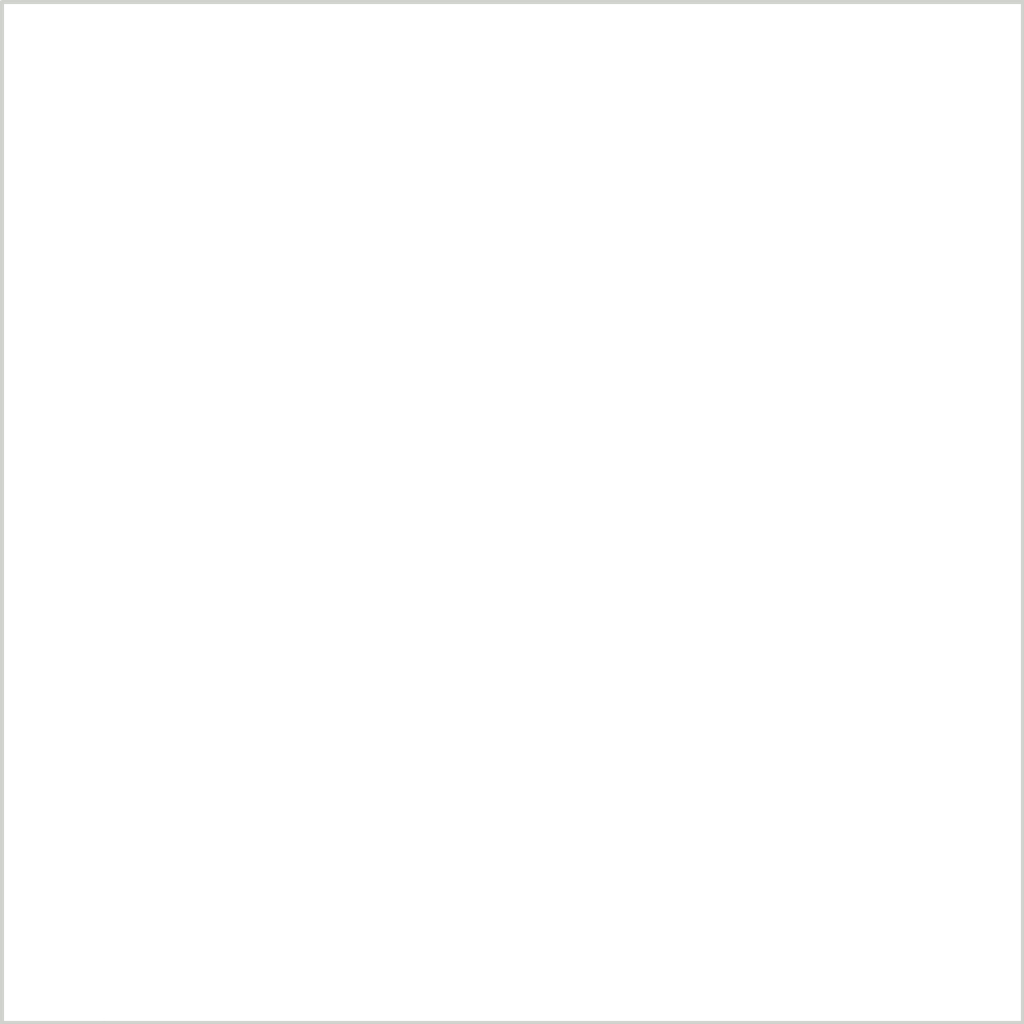
<source format=kicad_pcb>
(kicad_pcb (version 20211014) (generator pcbnew)

  (general
    (thickness 1.6)
  )

  (paper "A4")
  (layers
    (0 "F.Cu" signal)
    (31 "B.Cu" signal)
    (32 "B.Adhes" user "B.Adhesive")
    (33 "F.Adhes" user "F.Adhesive")
    (34 "B.Paste" user)
    (35 "F.Paste" user)
    (36 "B.SilkS" user "B.Silkscreen")
    (37 "F.SilkS" user "F.Silkscreen")
    (38 "B.Mask" user)
    (39 "F.Mask" user)
    (40 "Dwgs.User" user "User.Drawings")
    (41 "Cmts.User" user "User.Comments")
    (42 "Eco1.User" user "User.Eco1")
    (43 "Eco2.User" user "User.Eco2")
    (44 "Edge.Cuts" user)
    (45 "Margin" user)
    (46 "B.CrtYd" user "B.Courtyard")
    (47 "F.CrtYd" user "F.Courtyard")
    (48 "B.Fab" user)
    (49 "F.Fab" user)
    (50 "User.1" user)
    (51 "User.2" user)
    (52 "User.3" user)
    (53 "User.4" user)
    (54 "User.5" user)
    (55 "User.6" user)
    (56 "User.7" user)
    (57 "User.8" user)
    (58 "User.9" user)
  )

  (setup
    (pad_to_mask_clearance 0)
    (pcbplotparams
      (layerselection 0x00010fc_ffffffff)
      (disableapertmacros false)
      (usegerberextensions false)
      (usegerberattributes true)
      (usegerberadvancedattributes true)
      (creategerberjobfile true)
      (dashed_line_dash_ratio 12.000000)
      (dashed_line_gap_ratio 3.000000)
      (svgprecision 4)
      (plotframeref false)
      (viasonmask false)
      (mode 1)
      (useauxorigin false)
      (hpglpennumber 1)
      (hpglpenspeed 20)
      (hpglpendiameter 15.000000)
      (dxfpolygonmode true)
      (dxfimperialunits true)
      (dxfusepcbnewfont true)
      (psnegative false)
      (psa4output false)
      (plotreference true)
      (plotvalue true)
      (plotinvisibletext false)
      (sketchpadsonfab false)
      (subtractmaskfromsilk false)
      (outputformat 1)
      (mirror false)
      (drillshape 1)
      (scaleselection 1)
      (outputdirectory "")
    )
  )

  (net 0 "")

  (gr_line (start 127 101.6) (end 104.14 101.6)
    (layer "Edge.Cuts") (tstamp 170fe7d3-d854-4438-93a4-3ce38419cc89))
  (gr_line (start 127 76.2) (end 127 101.6)
    (layer "Edge.Cuts") (tstamp 1d9871ac-e0f5-455f-aa8c-a956423d1967))
  (gr_line (start 104.14 101.6) (end 101.6 101.6)
    (layer "Edge.Cuts") (tstamp 55f6e325-3cce-4043-a426-8ac38312aaf3))
  (gr_line (start 101.6 78.74) (end 101.6 76.2)
    (layer "Edge.Cuts") (tstamp 7c95fc5c-78b3-4b99-b29a-9857a1ef6378))
  (gr_line (start 101.6 76.2) (end 127 76.2)
    (layer "Edge.Cuts") (tstamp a83653a9-819e-4e4f-8df0-21e8977f038f))
  (gr_line (start 101.6 101.6) (end 101.6 78.74)
    (layer "Edge.Cuts") (tstamp db39c3f2-4d4b-4be4-817d-5a4f851d514a))

)

</source>
